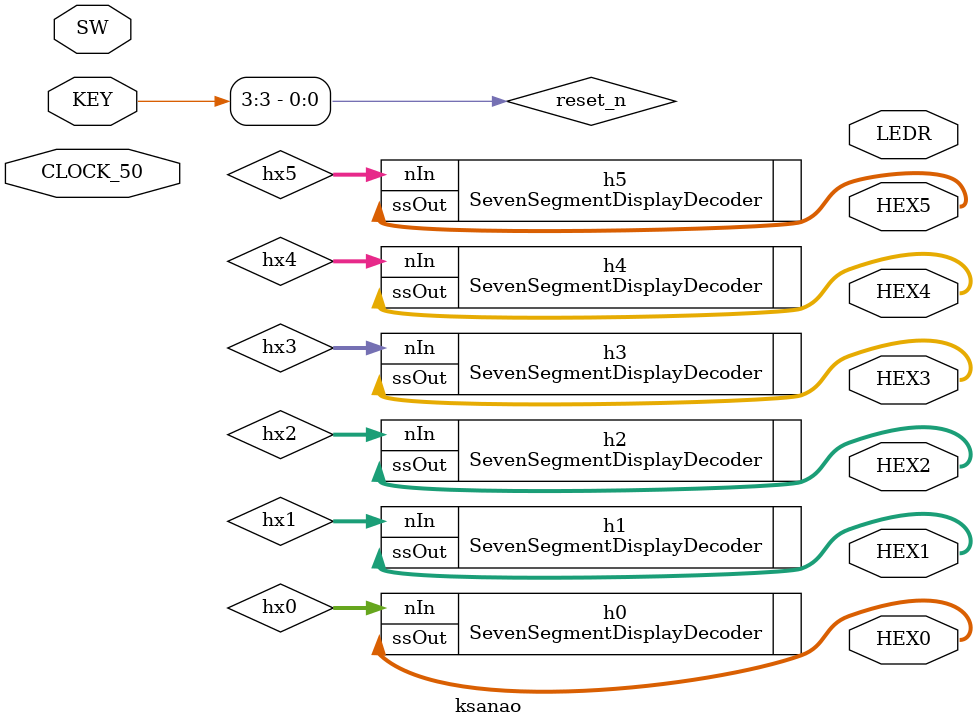
<source format=sv>

module ksanao(
			input logic CLOCK_50,
			input logic [3:0] KEY,
			input logic [9:0] SW,
			output logic [9:0] LEDR,
			output logic [6:0] HEX0,
			output logic [6:0] HEX1,
			output logic [6:0] HEX2,
			output logic [6:0] HEX3,
			output logic [6:0] HEX4,
			output logic [6:0] HEX5
			);

logic [7:0] q, q_m, q_d, data, data_m, data_d, address;
logic [4:0] addr_d1, addr_d2, addr_d, addr_m;
logic wren,wren_d,enable_part2,end_2a,end_2b;
logic [6:0] ssOut;
logic [3:0] nIn;
logic reset_n;
logic [7:0] bam;
logic [6:0] hx0, hx1, hx2, hx3, hx4, hx5;

assign reset_n = KEY[3];

//assign LEDR = {2'b0, q};

			
SevenSegmentDisplayDecoder h0(
.ssOut(HEX0),
.nIn(hx0)
);
SevenSegmentDisplayDecoder h1(
.ssOut(HEX1),
.nIn(hx1)
);
SevenSegmentDisplayDecoder h2(
.ssOut(HEX2),
.nIn(hx2)
);
SevenSegmentDisplayDecoder h3(
.ssOut(HEX3),
.nIn(hx3)
);
SevenSegmentDisplayDecoder h4(
.ssOut(HEX4),
.nIn(hx4)
);
SevenSegmentDisplayDecoder h5(
.ssOut(HEX5),
.nIn(hx5)
);


logic[7:0] data1,address1,data2,data3,address2,address3;
logic wren1,wren2,wren3;
//assign data= data1 | data2 | data3;
//assign address = address1 | address2 | address3 ;
//assign wren= wren1 | wren2 | wren3;

assign address = end_2a ? address3 : (enable_part2 ? address2 : address1);
assign data = end_2a ? data3 : (enable_part2 ? data2 : data1);
assign wren = end_2a ? wren3 : (enable_part2 ? wren2 : wren1);
//assign addr_d = end_2b ? addr_d2 : (end_2a ? addr_d1 : 0);


/*			
task3 t3 (
.q_d(q_d),
.addr_d(addr_d2),
.end_2b(end_2b),
.secret_key(bam),
.led(LEDR[9:0]),
.hex_disp_0(hx0),
.hex_disp_1(hx1),
.hex_disp_2(hx2),
.hex_disp_3(hx3),
.hex_disp_4(hx4),
.hex_disp_5(hx5),
);
*/
newpart2b2 task2b(
.clk(CLOCK_50),
.rst(),
.q(q),
.q_m(q_m),
.end_2a(end_2a),
.wren(wren3),
.wren_d(wren_d),
.data(data3),
.addr(address3),
.data_m(data_m),
.data_d(data_d),
.addr_d(addr_d),
.addr_m(addr_m),
.end_2b(end_2b));



			
shuffle prt2(
.clk(CLOCK_50),
.init_fin(enable_part2),
.q(q),
.secret_key({14'b0,SW[9:0]}),
.wren(wren2),
.data(data2),
.addr(address2),
.end_2a(end_2a)
);

init_mem initmem(
.clk(CLOCK_50),
.q(),
.wren(wren1),
.data(data1),
.addr(address1),
.init_fin(enable_part2)
); 


decrypted_message dmemory(
.address(addr_d),
.clock(~CLOCK_50),
.data(data_d),
.wren(wren_d),
.q(q_d)
);

encrypted_message ememory(
.address(addr_m),
.clock(~CLOCK_50),
.q(q_m)
);

s_memory smem(
.address(address),
.clock(~CLOCK_50),
.data(data),
.wren(wren),
.q(q)
);

endmodule

</source>
